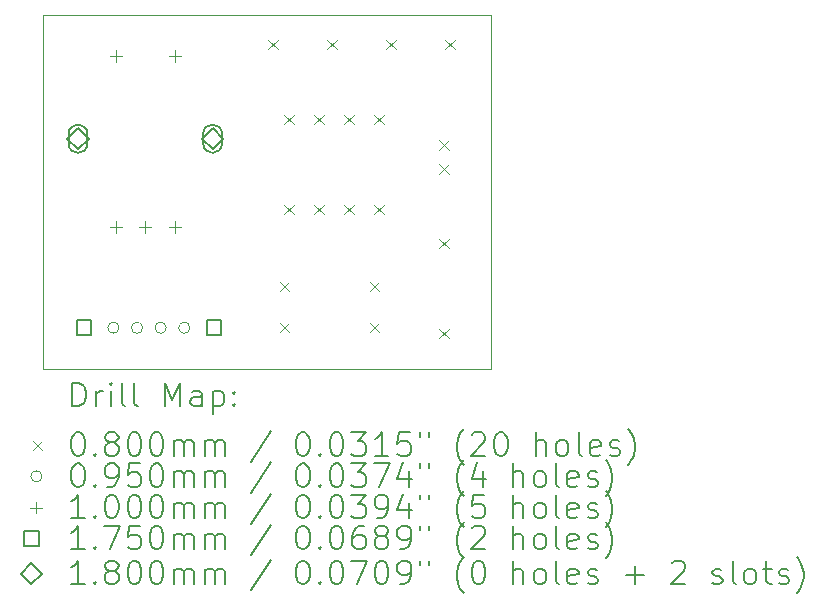
<source format=gbr>
%FSLAX45Y45*%
G04 Gerber Fmt 4.5, Leading zero omitted, Abs format (unit mm)*
G04 Created by KiCad (PCBNEW (6.0.5-0)) date 2022-05-25 22:39:22*
%MOMM*%
%LPD*%
G01*
G04 APERTURE LIST*
%TA.AperFunction,Profile*%
%ADD10C,0.100000*%
%TD*%
%ADD11C,0.200000*%
%ADD12C,0.080000*%
%ADD13C,0.095000*%
%ADD14C,0.100000*%
%ADD15C,0.175000*%
%ADD16C,0.180000*%
G04 APERTURE END LIST*
D10*
X12200000Y-8400000D02*
X16000000Y-8400000D01*
X16000000Y-8400000D02*
X16000000Y-11400000D01*
X16000000Y-11400000D02*
X12200000Y-11400000D01*
X12200000Y-11400000D02*
X12200000Y-8400000D01*
D11*
D12*
X14110000Y-8610000D02*
X14190000Y-8690000D01*
X14190000Y-8610000D02*
X14110000Y-8690000D01*
X14210000Y-10660000D02*
X14290000Y-10740000D01*
X14290000Y-10660000D02*
X14210000Y-10740000D01*
X14210000Y-11010000D02*
X14290000Y-11090000D01*
X14290000Y-11010000D02*
X14210000Y-11090000D01*
X14248000Y-9248000D02*
X14328000Y-9328000D01*
X14328000Y-9248000D02*
X14248000Y-9328000D01*
X14248000Y-10010000D02*
X14328000Y-10090000D01*
X14328000Y-10010000D02*
X14248000Y-10090000D01*
X14502000Y-9248000D02*
X14582000Y-9328000D01*
X14582000Y-9248000D02*
X14502000Y-9328000D01*
X14502000Y-10010000D02*
X14582000Y-10090000D01*
X14582000Y-10010000D02*
X14502000Y-10090000D01*
X14610000Y-8610000D02*
X14690000Y-8690000D01*
X14690000Y-8610000D02*
X14610000Y-8690000D01*
X14756000Y-9248000D02*
X14836000Y-9328000D01*
X14836000Y-9248000D02*
X14756000Y-9328000D01*
X14756000Y-10010000D02*
X14836000Y-10090000D01*
X14836000Y-10010000D02*
X14756000Y-10090000D01*
X14972000Y-10660000D02*
X15052000Y-10740000D01*
X15052000Y-10660000D02*
X14972000Y-10740000D01*
X14972000Y-11010000D02*
X15052000Y-11090000D01*
X15052000Y-11010000D02*
X14972000Y-11090000D01*
X15010000Y-9248000D02*
X15090000Y-9328000D01*
X15090000Y-9248000D02*
X15010000Y-9328000D01*
X15010000Y-10010000D02*
X15090000Y-10090000D01*
X15090000Y-10010000D02*
X15010000Y-10090000D01*
X15110000Y-8610000D02*
X15190000Y-8690000D01*
X15190000Y-8610000D02*
X15110000Y-8690000D01*
X15560000Y-9464489D02*
X15640000Y-9544489D01*
X15640000Y-9464489D02*
X15560000Y-9544489D01*
X15560000Y-9664489D02*
X15640000Y-9744489D01*
X15640000Y-9664489D02*
X15560000Y-9744489D01*
X15560000Y-10298000D02*
X15640000Y-10378000D01*
X15640000Y-10298000D02*
X15560000Y-10378000D01*
X15560000Y-11060000D02*
X15640000Y-11140000D01*
X15640000Y-11060000D02*
X15560000Y-11140000D01*
X15610000Y-8610000D02*
X15690000Y-8690000D01*
X15690000Y-8610000D02*
X15610000Y-8690000D01*
D13*
X12847500Y-11050000D02*
G75*
G03*
X12847500Y-11050000I-47500J0D01*
G01*
X13047500Y-11050000D02*
G75*
G03*
X13047500Y-11050000I-47500J0D01*
G01*
X13247500Y-11050000D02*
G75*
G03*
X13247500Y-11050000I-47500J0D01*
G01*
X13447500Y-11050000D02*
G75*
G03*
X13447500Y-11050000I-47500J0D01*
G01*
D14*
X12820000Y-8700000D02*
X12820000Y-8800000D01*
X12770000Y-8750000D02*
X12870000Y-8750000D01*
X12820000Y-10150000D02*
X12820000Y-10250000D01*
X12770000Y-10200000D02*
X12870000Y-10200000D01*
X13070000Y-10150000D02*
X13070000Y-10250000D01*
X13020000Y-10200000D02*
X13120000Y-10200000D01*
X13320000Y-8700000D02*
X13320000Y-8800000D01*
X13270000Y-8750000D02*
X13370000Y-8750000D01*
X13320000Y-10150000D02*
X13320000Y-10250000D01*
X13270000Y-10200000D02*
X13370000Y-10200000D01*
D15*
X12611872Y-11111872D02*
X12611872Y-10988128D01*
X12488128Y-10988128D01*
X12488128Y-11111872D01*
X12611872Y-11111872D01*
X13711872Y-11111872D02*
X13711872Y-10988128D01*
X13588128Y-10988128D01*
X13588128Y-11111872D01*
X13711872Y-11111872D01*
D16*
X12500000Y-9540000D02*
X12590000Y-9450000D01*
X12500000Y-9360000D01*
X12410000Y-9450000D01*
X12500000Y-9540000D01*
D11*
X12420000Y-9410000D02*
X12420000Y-9490000D01*
X12580000Y-9410000D02*
X12580000Y-9490000D01*
X12420000Y-9490000D02*
G75*
G03*
X12580000Y-9490000I80000J0D01*
G01*
X12580000Y-9410000D02*
G75*
G03*
X12420000Y-9410000I-80000J0D01*
G01*
D16*
X13640000Y-9540000D02*
X13730000Y-9450000D01*
X13640000Y-9360000D01*
X13550000Y-9450000D01*
X13640000Y-9540000D01*
D11*
X13560000Y-9410000D02*
X13560000Y-9490000D01*
X13720000Y-9410000D02*
X13720000Y-9490000D01*
X13560000Y-9490000D02*
G75*
G03*
X13720000Y-9490000I80000J0D01*
G01*
X13720000Y-9410000D02*
G75*
G03*
X13560000Y-9410000I-80000J0D01*
G01*
X12452619Y-11715476D02*
X12452619Y-11515476D01*
X12500238Y-11515476D01*
X12528809Y-11525000D01*
X12547857Y-11544048D01*
X12557381Y-11563095D01*
X12566905Y-11601190D01*
X12566905Y-11629762D01*
X12557381Y-11667857D01*
X12547857Y-11686905D01*
X12528809Y-11705952D01*
X12500238Y-11715476D01*
X12452619Y-11715476D01*
X12652619Y-11715476D02*
X12652619Y-11582143D01*
X12652619Y-11620238D02*
X12662143Y-11601190D01*
X12671667Y-11591667D01*
X12690714Y-11582143D01*
X12709762Y-11582143D01*
X12776428Y-11715476D02*
X12776428Y-11582143D01*
X12776428Y-11515476D02*
X12766905Y-11525000D01*
X12776428Y-11534524D01*
X12785952Y-11525000D01*
X12776428Y-11515476D01*
X12776428Y-11534524D01*
X12900238Y-11715476D02*
X12881190Y-11705952D01*
X12871667Y-11686905D01*
X12871667Y-11515476D01*
X13005000Y-11715476D02*
X12985952Y-11705952D01*
X12976428Y-11686905D01*
X12976428Y-11515476D01*
X13233571Y-11715476D02*
X13233571Y-11515476D01*
X13300238Y-11658333D01*
X13366905Y-11515476D01*
X13366905Y-11715476D01*
X13547857Y-11715476D02*
X13547857Y-11610714D01*
X13538333Y-11591667D01*
X13519286Y-11582143D01*
X13481190Y-11582143D01*
X13462143Y-11591667D01*
X13547857Y-11705952D02*
X13528809Y-11715476D01*
X13481190Y-11715476D01*
X13462143Y-11705952D01*
X13452619Y-11686905D01*
X13452619Y-11667857D01*
X13462143Y-11648809D01*
X13481190Y-11639286D01*
X13528809Y-11639286D01*
X13547857Y-11629762D01*
X13643095Y-11582143D02*
X13643095Y-11782143D01*
X13643095Y-11591667D02*
X13662143Y-11582143D01*
X13700238Y-11582143D01*
X13719286Y-11591667D01*
X13728809Y-11601190D01*
X13738333Y-11620238D01*
X13738333Y-11677381D01*
X13728809Y-11696428D01*
X13719286Y-11705952D01*
X13700238Y-11715476D01*
X13662143Y-11715476D01*
X13643095Y-11705952D01*
X13824048Y-11696428D02*
X13833571Y-11705952D01*
X13824048Y-11715476D01*
X13814524Y-11705952D01*
X13824048Y-11696428D01*
X13824048Y-11715476D01*
X13824048Y-11591667D02*
X13833571Y-11601190D01*
X13824048Y-11610714D01*
X13814524Y-11601190D01*
X13824048Y-11591667D01*
X13824048Y-11610714D01*
D12*
X12115000Y-12005000D02*
X12195000Y-12085000D01*
X12195000Y-12005000D02*
X12115000Y-12085000D01*
D11*
X12490714Y-11935476D02*
X12509762Y-11935476D01*
X12528809Y-11945000D01*
X12538333Y-11954524D01*
X12547857Y-11973571D01*
X12557381Y-12011667D01*
X12557381Y-12059286D01*
X12547857Y-12097381D01*
X12538333Y-12116428D01*
X12528809Y-12125952D01*
X12509762Y-12135476D01*
X12490714Y-12135476D01*
X12471667Y-12125952D01*
X12462143Y-12116428D01*
X12452619Y-12097381D01*
X12443095Y-12059286D01*
X12443095Y-12011667D01*
X12452619Y-11973571D01*
X12462143Y-11954524D01*
X12471667Y-11945000D01*
X12490714Y-11935476D01*
X12643095Y-12116428D02*
X12652619Y-12125952D01*
X12643095Y-12135476D01*
X12633571Y-12125952D01*
X12643095Y-12116428D01*
X12643095Y-12135476D01*
X12766905Y-12021190D02*
X12747857Y-12011667D01*
X12738333Y-12002143D01*
X12728809Y-11983095D01*
X12728809Y-11973571D01*
X12738333Y-11954524D01*
X12747857Y-11945000D01*
X12766905Y-11935476D01*
X12805000Y-11935476D01*
X12824048Y-11945000D01*
X12833571Y-11954524D01*
X12843095Y-11973571D01*
X12843095Y-11983095D01*
X12833571Y-12002143D01*
X12824048Y-12011667D01*
X12805000Y-12021190D01*
X12766905Y-12021190D01*
X12747857Y-12030714D01*
X12738333Y-12040238D01*
X12728809Y-12059286D01*
X12728809Y-12097381D01*
X12738333Y-12116428D01*
X12747857Y-12125952D01*
X12766905Y-12135476D01*
X12805000Y-12135476D01*
X12824048Y-12125952D01*
X12833571Y-12116428D01*
X12843095Y-12097381D01*
X12843095Y-12059286D01*
X12833571Y-12040238D01*
X12824048Y-12030714D01*
X12805000Y-12021190D01*
X12966905Y-11935476D02*
X12985952Y-11935476D01*
X13005000Y-11945000D01*
X13014524Y-11954524D01*
X13024048Y-11973571D01*
X13033571Y-12011667D01*
X13033571Y-12059286D01*
X13024048Y-12097381D01*
X13014524Y-12116428D01*
X13005000Y-12125952D01*
X12985952Y-12135476D01*
X12966905Y-12135476D01*
X12947857Y-12125952D01*
X12938333Y-12116428D01*
X12928809Y-12097381D01*
X12919286Y-12059286D01*
X12919286Y-12011667D01*
X12928809Y-11973571D01*
X12938333Y-11954524D01*
X12947857Y-11945000D01*
X12966905Y-11935476D01*
X13157381Y-11935476D02*
X13176428Y-11935476D01*
X13195476Y-11945000D01*
X13205000Y-11954524D01*
X13214524Y-11973571D01*
X13224048Y-12011667D01*
X13224048Y-12059286D01*
X13214524Y-12097381D01*
X13205000Y-12116428D01*
X13195476Y-12125952D01*
X13176428Y-12135476D01*
X13157381Y-12135476D01*
X13138333Y-12125952D01*
X13128809Y-12116428D01*
X13119286Y-12097381D01*
X13109762Y-12059286D01*
X13109762Y-12011667D01*
X13119286Y-11973571D01*
X13128809Y-11954524D01*
X13138333Y-11945000D01*
X13157381Y-11935476D01*
X13309762Y-12135476D02*
X13309762Y-12002143D01*
X13309762Y-12021190D02*
X13319286Y-12011667D01*
X13338333Y-12002143D01*
X13366905Y-12002143D01*
X13385952Y-12011667D01*
X13395476Y-12030714D01*
X13395476Y-12135476D01*
X13395476Y-12030714D02*
X13405000Y-12011667D01*
X13424048Y-12002143D01*
X13452619Y-12002143D01*
X13471667Y-12011667D01*
X13481190Y-12030714D01*
X13481190Y-12135476D01*
X13576428Y-12135476D02*
X13576428Y-12002143D01*
X13576428Y-12021190D02*
X13585952Y-12011667D01*
X13605000Y-12002143D01*
X13633571Y-12002143D01*
X13652619Y-12011667D01*
X13662143Y-12030714D01*
X13662143Y-12135476D01*
X13662143Y-12030714D02*
X13671667Y-12011667D01*
X13690714Y-12002143D01*
X13719286Y-12002143D01*
X13738333Y-12011667D01*
X13747857Y-12030714D01*
X13747857Y-12135476D01*
X14138333Y-11925952D02*
X13966905Y-12183095D01*
X14395476Y-11935476D02*
X14414524Y-11935476D01*
X14433571Y-11945000D01*
X14443095Y-11954524D01*
X14452619Y-11973571D01*
X14462143Y-12011667D01*
X14462143Y-12059286D01*
X14452619Y-12097381D01*
X14443095Y-12116428D01*
X14433571Y-12125952D01*
X14414524Y-12135476D01*
X14395476Y-12135476D01*
X14376428Y-12125952D01*
X14366905Y-12116428D01*
X14357381Y-12097381D01*
X14347857Y-12059286D01*
X14347857Y-12011667D01*
X14357381Y-11973571D01*
X14366905Y-11954524D01*
X14376428Y-11945000D01*
X14395476Y-11935476D01*
X14547857Y-12116428D02*
X14557381Y-12125952D01*
X14547857Y-12135476D01*
X14538333Y-12125952D01*
X14547857Y-12116428D01*
X14547857Y-12135476D01*
X14681190Y-11935476D02*
X14700238Y-11935476D01*
X14719286Y-11945000D01*
X14728809Y-11954524D01*
X14738333Y-11973571D01*
X14747857Y-12011667D01*
X14747857Y-12059286D01*
X14738333Y-12097381D01*
X14728809Y-12116428D01*
X14719286Y-12125952D01*
X14700238Y-12135476D01*
X14681190Y-12135476D01*
X14662143Y-12125952D01*
X14652619Y-12116428D01*
X14643095Y-12097381D01*
X14633571Y-12059286D01*
X14633571Y-12011667D01*
X14643095Y-11973571D01*
X14652619Y-11954524D01*
X14662143Y-11945000D01*
X14681190Y-11935476D01*
X14814524Y-11935476D02*
X14938333Y-11935476D01*
X14871667Y-12011667D01*
X14900238Y-12011667D01*
X14919286Y-12021190D01*
X14928809Y-12030714D01*
X14938333Y-12049762D01*
X14938333Y-12097381D01*
X14928809Y-12116428D01*
X14919286Y-12125952D01*
X14900238Y-12135476D01*
X14843095Y-12135476D01*
X14824048Y-12125952D01*
X14814524Y-12116428D01*
X15128809Y-12135476D02*
X15014524Y-12135476D01*
X15071667Y-12135476D02*
X15071667Y-11935476D01*
X15052619Y-11964048D01*
X15033571Y-11983095D01*
X15014524Y-11992619D01*
X15309762Y-11935476D02*
X15214524Y-11935476D01*
X15205000Y-12030714D01*
X15214524Y-12021190D01*
X15233571Y-12011667D01*
X15281190Y-12011667D01*
X15300238Y-12021190D01*
X15309762Y-12030714D01*
X15319286Y-12049762D01*
X15319286Y-12097381D01*
X15309762Y-12116428D01*
X15300238Y-12125952D01*
X15281190Y-12135476D01*
X15233571Y-12135476D01*
X15214524Y-12125952D01*
X15205000Y-12116428D01*
X15395476Y-11935476D02*
X15395476Y-11973571D01*
X15471667Y-11935476D02*
X15471667Y-11973571D01*
X15766905Y-12211667D02*
X15757381Y-12202143D01*
X15738333Y-12173571D01*
X15728809Y-12154524D01*
X15719286Y-12125952D01*
X15709762Y-12078333D01*
X15709762Y-12040238D01*
X15719286Y-11992619D01*
X15728809Y-11964048D01*
X15738333Y-11945000D01*
X15757381Y-11916428D01*
X15766905Y-11906905D01*
X15833571Y-11954524D02*
X15843095Y-11945000D01*
X15862143Y-11935476D01*
X15909762Y-11935476D01*
X15928809Y-11945000D01*
X15938333Y-11954524D01*
X15947857Y-11973571D01*
X15947857Y-11992619D01*
X15938333Y-12021190D01*
X15824048Y-12135476D01*
X15947857Y-12135476D01*
X16071667Y-11935476D02*
X16090714Y-11935476D01*
X16109762Y-11945000D01*
X16119286Y-11954524D01*
X16128809Y-11973571D01*
X16138333Y-12011667D01*
X16138333Y-12059286D01*
X16128809Y-12097381D01*
X16119286Y-12116428D01*
X16109762Y-12125952D01*
X16090714Y-12135476D01*
X16071667Y-12135476D01*
X16052619Y-12125952D01*
X16043095Y-12116428D01*
X16033571Y-12097381D01*
X16024048Y-12059286D01*
X16024048Y-12011667D01*
X16033571Y-11973571D01*
X16043095Y-11954524D01*
X16052619Y-11945000D01*
X16071667Y-11935476D01*
X16376428Y-12135476D02*
X16376428Y-11935476D01*
X16462143Y-12135476D02*
X16462143Y-12030714D01*
X16452619Y-12011667D01*
X16433571Y-12002143D01*
X16405000Y-12002143D01*
X16385952Y-12011667D01*
X16376428Y-12021190D01*
X16585952Y-12135476D02*
X16566905Y-12125952D01*
X16557381Y-12116428D01*
X16547857Y-12097381D01*
X16547857Y-12040238D01*
X16557381Y-12021190D01*
X16566905Y-12011667D01*
X16585952Y-12002143D01*
X16614524Y-12002143D01*
X16633571Y-12011667D01*
X16643095Y-12021190D01*
X16652619Y-12040238D01*
X16652619Y-12097381D01*
X16643095Y-12116428D01*
X16633571Y-12125952D01*
X16614524Y-12135476D01*
X16585952Y-12135476D01*
X16766905Y-12135476D02*
X16747857Y-12125952D01*
X16738333Y-12106905D01*
X16738333Y-11935476D01*
X16919286Y-12125952D02*
X16900238Y-12135476D01*
X16862143Y-12135476D01*
X16843095Y-12125952D01*
X16833571Y-12106905D01*
X16833571Y-12030714D01*
X16843095Y-12011667D01*
X16862143Y-12002143D01*
X16900238Y-12002143D01*
X16919286Y-12011667D01*
X16928810Y-12030714D01*
X16928810Y-12049762D01*
X16833571Y-12068809D01*
X17005000Y-12125952D02*
X17024048Y-12135476D01*
X17062143Y-12135476D01*
X17081190Y-12125952D01*
X17090714Y-12106905D01*
X17090714Y-12097381D01*
X17081190Y-12078333D01*
X17062143Y-12068809D01*
X17033571Y-12068809D01*
X17014524Y-12059286D01*
X17005000Y-12040238D01*
X17005000Y-12030714D01*
X17014524Y-12011667D01*
X17033571Y-12002143D01*
X17062143Y-12002143D01*
X17081190Y-12011667D01*
X17157381Y-12211667D02*
X17166905Y-12202143D01*
X17185952Y-12173571D01*
X17195476Y-12154524D01*
X17205000Y-12125952D01*
X17214524Y-12078333D01*
X17214524Y-12040238D01*
X17205000Y-11992619D01*
X17195476Y-11964048D01*
X17185952Y-11945000D01*
X17166905Y-11916428D01*
X17157381Y-11906905D01*
D13*
X12195000Y-12309000D02*
G75*
G03*
X12195000Y-12309000I-47500J0D01*
G01*
D11*
X12490714Y-12199476D02*
X12509762Y-12199476D01*
X12528809Y-12209000D01*
X12538333Y-12218524D01*
X12547857Y-12237571D01*
X12557381Y-12275667D01*
X12557381Y-12323286D01*
X12547857Y-12361381D01*
X12538333Y-12380428D01*
X12528809Y-12389952D01*
X12509762Y-12399476D01*
X12490714Y-12399476D01*
X12471667Y-12389952D01*
X12462143Y-12380428D01*
X12452619Y-12361381D01*
X12443095Y-12323286D01*
X12443095Y-12275667D01*
X12452619Y-12237571D01*
X12462143Y-12218524D01*
X12471667Y-12209000D01*
X12490714Y-12199476D01*
X12643095Y-12380428D02*
X12652619Y-12389952D01*
X12643095Y-12399476D01*
X12633571Y-12389952D01*
X12643095Y-12380428D01*
X12643095Y-12399476D01*
X12747857Y-12399476D02*
X12785952Y-12399476D01*
X12805000Y-12389952D01*
X12814524Y-12380428D01*
X12833571Y-12351857D01*
X12843095Y-12313762D01*
X12843095Y-12237571D01*
X12833571Y-12218524D01*
X12824048Y-12209000D01*
X12805000Y-12199476D01*
X12766905Y-12199476D01*
X12747857Y-12209000D01*
X12738333Y-12218524D01*
X12728809Y-12237571D01*
X12728809Y-12285190D01*
X12738333Y-12304238D01*
X12747857Y-12313762D01*
X12766905Y-12323286D01*
X12805000Y-12323286D01*
X12824048Y-12313762D01*
X12833571Y-12304238D01*
X12843095Y-12285190D01*
X13024048Y-12199476D02*
X12928809Y-12199476D01*
X12919286Y-12294714D01*
X12928809Y-12285190D01*
X12947857Y-12275667D01*
X12995476Y-12275667D01*
X13014524Y-12285190D01*
X13024048Y-12294714D01*
X13033571Y-12313762D01*
X13033571Y-12361381D01*
X13024048Y-12380428D01*
X13014524Y-12389952D01*
X12995476Y-12399476D01*
X12947857Y-12399476D01*
X12928809Y-12389952D01*
X12919286Y-12380428D01*
X13157381Y-12199476D02*
X13176428Y-12199476D01*
X13195476Y-12209000D01*
X13205000Y-12218524D01*
X13214524Y-12237571D01*
X13224048Y-12275667D01*
X13224048Y-12323286D01*
X13214524Y-12361381D01*
X13205000Y-12380428D01*
X13195476Y-12389952D01*
X13176428Y-12399476D01*
X13157381Y-12399476D01*
X13138333Y-12389952D01*
X13128809Y-12380428D01*
X13119286Y-12361381D01*
X13109762Y-12323286D01*
X13109762Y-12275667D01*
X13119286Y-12237571D01*
X13128809Y-12218524D01*
X13138333Y-12209000D01*
X13157381Y-12199476D01*
X13309762Y-12399476D02*
X13309762Y-12266143D01*
X13309762Y-12285190D02*
X13319286Y-12275667D01*
X13338333Y-12266143D01*
X13366905Y-12266143D01*
X13385952Y-12275667D01*
X13395476Y-12294714D01*
X13395476Y-12399476D01*
X13395476Y-12294714D02*
X13405000Y-12275667D01*
X13424048Y-12266143D01*
X13452619Y-12266143D01*
X13471667Y-12275667D01*
X13481190Y-12294714D01*
X13481190Y-12399476D01*
X13576428Y-12399476D02*
X13576428Y-12266143D01*
X13576428Y-12285190D02*
X13585952Y-12275667D01*
X13605000Y-12266143D01*
X13633571Y-12266143D01*
X13652619Y-12275667D01*
X13662143Y-12294714D01*
X13662143Y-12399476D01*
X13662143Y-12294714D02*
X13671667Y-12275667D01*
X13690714Y-12266143D01*
X13719286Y-12266143D01*
X13738333Y-12275667D01*
X13747857Y-12294714D01*
X13747857Y-12399476D01*
X14138333Y-12189952D02*
X13966905Y-12447095D01*
X14395476Y-12199476D02*
X14414524Y-12199476D01*
X14433571Y-12209000D01*
X14443095Y-12218524D01*
X14452619Y-12237571D01*
X14462143Y-12275667D01*
X14462143Y-12323286D01*
X14452619Y-12361381D01*
X14443095Y-12380428D01*
X14433571Y-12389952D01*
X14414524Y-12399476D01*
X14395476Y-12399476D01*
X14376428Y-12389952D01*
X14366905Y-12380428D01*
X14357381Y-12361381D01*
X14347857Y-12323286D01*
X14347857Y-12275667D01*
X14357381Y-12237571D01*
X14366905Y-12218524D01*
X14376428Y-12209000D01*
X14395476Y-12199476D01*
X14547857Y-12380428D02*
X14557381Y-12389952D01*
X14547857Y-12399476D01*
X14538333Y-12389952D01*
X14547857Y-12380428D01*
X14547857Y-12399476D01*
X14681190Y-12199476D02*
X14700238Y-12199476D01*
X14719286Y-12209000D01*
X14728809Y-12218524D01*
X14738333Y-12237571D01*
X14747857Y-12275667D01*
X14747857Y-12323286D01*
X14738333Y-12361381D01*
X14728809Y-12380428D01*
X14719286Y-12389952D01*
X14700238Y-12399476D01*
X14681190Y-12399476D01*
X14662143Y-12389952D01*
X14652619Y-12380428D01*
X14643095Y-12361381D01*
X14633571Y-12323286D01*
X14633571Y-12275667D01*
X14643095Y-12237571D01*
X14652619Y-12218524D01*
X14662143Y-12209000D01*
X14681190Y-12199476D01*
X14814524Y-12199476D02*
X14938333Y-12199476D01*
X14871667Y-12275667D01*
X14900238Y-12275667D01*
X14919286Y-12285190D01*
X14928809Y-12294714D01*
X14938333Y-12313762D01*
X14938333Y-12361381D01*
X14928809Y-12380428D01*
X14919286Y-12389952D01*
X14900238Y-12399476D01*
X14843095Y-12399476D01*
X14824048Y-12389952D01*
X14814524Y-12380428D01*
X15005000Y-12199476D02*
X15138333Y-12199476D01*
X15052619Y-12399476D01*
X15300238Y-12266143D02*
X15300238Y-12399476D01*
X15252619Y-12189952D02*
X15205000Y-12332809D01*
X15328809Y-12332809D01*
X15395476Y-12199476D02*
X15395476Y-12237571D01*
X15471667Y-12199476D02*
X15471667Y-12237571D01*
X15766905Y-12475667D02*
X15757381Y-12466143D01*
X15738333Y-12437571D01*
X15728809Y-12418524D01*
X15719286Y-12389952D01*
X15709762Y-12342333D01*
X15709762Y-12304238D01*
X15719286Y-12256619D01*
X15728809Y-12228048D01*
X15738333Y-12209000D01*
X15757381Y-12180428D01*
X15766905Y-12170905D01*
X15928809Y-12266143D02*
X15928809Y-12399476D01*
X15881190Y-12189952D02*
X15833571Y-12332809D01*
X15957381Y-12332809D01*
X16185952Y-12399476D02*
X16185952Y-12199476D01*
X16271667Y-12399476D02*
X16271667Y-12294714D01*
X16262143Y-12275667D01*
X16243095Y-12266143D01*
X16214524Y-12266143D01*
X16195476Y-12275667D01*
X16185952Y-12285190D01*
X16395476Y-12399476D02*
X16376428Y-12389952D01*
X16366905Y-12380428D01*
X16357381Y-12361381D01*
X16357381Y-12304238D01*
X16366905Y-12285190D01*
X16376428Y-12275667D01*
X16395476Y-12266143D01*
X16424048Y-12266143D01*
X16443095Y-12275667D01*
X16452619Y-12285190D01*
X16462143Y-12304238D01*
X16462143Y-12361381D01*
X16452619Y-12380428D01*
X16443095Y-12389952D01*
X16424048Y-12399476D01*
X16395476Y-12399476D01*
X16576428Y-12399476D02*
X16557381Y-12389952D01*
X16547857Y-12370905D01*
X16547857Y-12199476D01*
X16728809Y-12389952D02*
X16709762Y-12399476D01*
X16671667Y-12399476D01*
X16652619Y-12389952D01*
X16643095Y-12370905D01*
X16643095Y-12294714D01*
X16652619Y-12275667D01*
X16671667Y-12266143D01*
X16709762Y-12266143D01*
X16728809Y-12275667D01*
X16738333Y-12294714D01*
X16738333Y-12313762D01*
X16643095Y-12332809D01*
X16814524Y-12389952D02*
X16833571Y-12399476D01*
X16871667Y-12399476D01*
X16890714Y-12389952D01*
X16900238Y-12370905D01*
X16900238Y-12361381D01*
X16890714Y-12342333D01*
X16871667Y-12332809D01*
X16843095Y-12332809D01*
X16824048Y-12323286D01*
X16814524Y-12304238D01*
X16814524Y-12294714D01*
X16824048Y-12275667D01*
X16843095Y-12266143D01*
X16871667Y-12266143D01*
X16890714Y-12275667D01*
X16966905Y-12475667D02*
X16976429Y-12466143D01*
X16995476Y-12437571D01*
X17005000Y-12418524D01*
X17014524Y-12389952D01*
X17024048Y-12342333D01*
X17024048Y-12304238D01*
X17014524Y-12256619D01*
X17005000Y-12228048D01*
X16995476Y-12209000D01*
X16976429Y-12180428D01*
X16966905Y-12170905D01*
D14*
X12145000Y-12523000D02*
X12145000Y-12623000D01*
X12095000Y-12573000D02*
X12195000Y-12573000D01*
D11*
X12557381Y-12663476D02*
X12443095Y-12663476D01*
X12500238Y-12663476D02*
X12500238Y-12463476D01*
X12481190Y-12492048D01*
X12462143Y-12511095D01*
X12443095Y-12520619D01*
X12643095Y-12644428D02*
X12652619Y-12653952D01*
X12643095Y-12663476D01*
X12633571Y-12653952D01*
X12643095Y-12644428D01*
X12643095Y-12663476D01*
X12776428Y-12463476D02*
X12795476Y-12463476D01*
X12814524Y-12473000D01*
X12824048Y-12482524D01*
X12833571Y-12501571D01*
X12843095Y-12539667D01*
X12843095Y-12587286D01*
X12833571Y-12625381D01*
X12824048Y-12644428D01*
X12814524Y-12653952D01*
X12795476Y-12663476D01*
X12776428Y-12663476D01*
X12757381Y-12653952D01*
X12747857Y-12644428D01*
X12738333Y-12625381D01*
X12728809Y-12587286D01*
X12728809Y-12539667D01*
X12738333Y-12501571D01*
X12747857Y-12482524D01*
X12757381Y-12473000D01*
X12776428Y-12463476D01*
X12966905Y-12463476D02*
X12985952Y-12463476D01*
X13005000Y-12473000D01*
X13014524Y-12482524D01*
X13024048Y-12501571D01*
X13033571Y-12539667D01*
X13033571Y-12587286D01*
X13024048Y-12625381D01*
X13014524Y-12644428D01*
X13005000Y-12653952D01*
X12985952Y-12663476D01*
X12966905Y-12663476D01*
X12947857Y-12653952D01*
X12938333Y-12644428D01*
X12928809Y-12625381D01*
X12919286Y-12587286D01*
X12919286Y-12539667D01*
X12928809Y-12501571D01*
X12938333Y-12482524D01*
X12947857Y-12473000D01*
X12966905Y-12463476D01*
X13157381Y-12463476D02*
X13176428Y-12463476D01*
X13195476Y-12473000D01*
X13205000Y-12482524D01*
X13214524Y-12501571D01*
X13224048Y-12539667D01*
X13224048Y-12587286D01*
X13214524Y-12625381D01*
X13205000Y-12644428D01*
X13195476Y-12653952D01*
X13176428Y-12663476D01*
X13157381Y-12663476D01*
X13138333Y-12653952D01*
X13128809Y-12644428D01*
X13119286Y-12625381D01*
X13109762Y-12587286D01*
X13109762Y-12539667D01*
X13119286Y-12501571D01*
X13128809Y-12482524D01*
X13138333Y-12473000D01*
X13157381Y-12463476D01*
X13309762Y-12663476D02*
X13309762Y-12530143D01*
X13309762Y-12549190D02*
X13319286Y-12539667D01*
X13338333Y-12530143D01*
X13366905Y-12530143D01*
X13385952Y-12539667D01*
X13395476Y-12558714D01*
X13395476Y-12663476D01*
X13395476Y-12558714D02*
X13405000Y-12539667D01*
X13424048Y-12530143D01*
X13452619Y-12530143D01*
X13471667Y-12539667D01*
X13481190Y-12558714D01*
X13481190Y-12663476D01*
X13576428Y-12663476D02*
X13576428Y-12530143D01*
X13576428Y-12549190D02*
X13585952Y-12539667D01*
X13605000Y-12530143D01*
X13633571Y-12530143D01*
X13652619Y-12539667D01*
X13662143Y-12558714D01*
X13662143Y-12663476D01*
X13662143Y-12558714D02*
X13671667Y-12539667D01*
X13690714Y-12530143D01*
X13719286Y-12530143D01*
X13738333Y-12539667D01*
X13747857Y-12558714D01*
X13747857Y-12663476D01*
X14138333Y-12453952D02*
X13966905Y-12711095D01*
X14395476Y-12463476D02*
X14414524Y-12463476D01*
X14433571Y-12473000D01*
X14443095Y-12482524D01*
X14452619Y-12501571D01*
X14462143Y-12539667D01*
X14462143Y-12587286D01*
X14452619Y-12625381D01*
X14443095Y-12644428D01*
X14433571Y-12653952D01*
X14414524Y-12663476D01*
X14395476Y-12663476D01*
X14376428Y-12653952D01*
X14366905Y-12644428D01*
X14357381Y-12625381D01*
X14347857Y-12587286D01*
X14347857Y-12539667D01*
X14357381Y-12501571D01*
X14366905Y-12482524D01*
X14376428Y-12473000D01*
X14395476Y-12463476D01*
X14547857Y-12644428D02*
X14557381Y-12653952D01*
X14547857Y-12663476D01*
X14538333Y-12653952D01*
X14547857Y-12644428D01*
X14547857Y-12663476D01*
X14681190Y-12463476D02*
X14700238Y-12463476D01*
X14719286Y-12473000D01*
X14728809Y-12482524D01*
X14738333Y-12501571D01*
X14747857Y-12539667D01*
X14747857Y-12587286D01*
X14738333Y-12625381D01*
X14728809Y-12644428D01*
X14719286Y-12653952D01*
X14700238Y-12663476D01*
X14681190Y-12663476D01*
X14662143Y-12653952D01*
X14652619Y-12644428D01*
X14643095Y-12625381D01*
X14633571Y-12587286D01*
X14633571Y-12539667D01*
X14643095Y-12501571D01*
X14652619Y-12482524D01*
X14662143Y-12473000D01*
X14681190Y-12463476D01*
X14814524Y-12463476D02*
X14938333Y-12463476D01*
X14871667Y-12539667D01*
X14900238Y-12539667D01*
X14919286Y-12549190D01*
X14928809Y-12558714D01*
X14938333Y-12577762D01*
X14938333Y-12625381D01*
X14928809Y-12644428D01*
X14919286Y-12653952D01*
X14900238Y-12663476D01*
X14843095Y-12663476D01*
X14824048Y-12653952D01*
X14814524Y-12644428D01*
X15033571Y-12663476D02*
X15071667Y-12663476D01*
X15090714Y-12653952D01*
X15100238Y-12644428D01*
X15119286Y-12615857D01*
X15128809Y-12577762D01*
X15128809Y-12501571D01*
X15119286Y-12482524D01*
X15109762Y-12473000D01*
X15090714Y-12463476D01*
X15052619Y-12463476D01*
X15033571Y-12473000D01*
X15024048Y-12482524D01*
X15014524Y-12501571D01*
X15014524Y-12549190D01*
X15024048Y-12568238D01*
X15033571Y-12577762D01*
X15052619Y-12587286D01*
X15090714Y-12587286D01*
X15109762Y-12577762D01*
X15119286Y-12568238D01*
X15128809Y-12549190D01*
X15300238Y-12530143D02*
X15300238Y-12663476D01*
X15252619Y-12453952D02*
X15205000Y-12596809D01*
X15328809Y-12596809D01*
X15395476Y-12463476D02*
X15395476Y-12501571D01*
X15471667Y-12463476D02*
X15471667Y-12501571D01*
X15766905Y-12739667D02*
X15757381Y-12730143D01*
X15738333Y-12701571D01*
X15728809Y-12682524D01*
X15719286Y-12653952D01*
X15709762Y-12606333D01*
X15709762Y-12568238D01*
X15719286Y-12520619D01*
X15728809Y-12492048D01*
X15738333Y-12473000D01*
X15757381Y-12444428D01*
X15766905Y-12434905D01*
X15938333Y-12463476D02*
X15843095Y-12463476D01*
X15833571Y-12558714D01*
X15843095Y-12549190D01*
X15862143Y-12539667D01*
X15909762Y-12539667D01*
X15928809Y-12549190D01*
X15938333Y-12558714D01*
X15947857Y-12577762D01*
X15947857Y-12625381D01*
X15938333Y-12644428D01*
X15928809Y-12653952D01*
X15909762Y-12663476D01*
X15862143Y-12663476D01*
X15843095Y-12653952D01*
X15833571Y-12644428D01*
X16185952Y-12663476D02*
X16185952Y-12463476D01*
X16271667Y-12663476D02*
X16271667Y-12558714D01*
X16262143Y-12539667D01*
X16243095Y-12530143D01*
X16214524Y-12530143D01*
X16195476Y-12539667D01*
X16185952Y-12549190D01*
X16395476Y-12663476D02*
X16376428Y-12653952D01*
X16366905Y-12644428D01*
X16357381Y-12625381D01*
X16357381Y-12568238D01*
X16366905Y-12549190D01*
X16376428Y-12539667D01*
X16395476Y-12530143D01*
X16424048Y-12530143D01*
X16443095Y-12539667D01*
X16452619Y-12549190D01*
X16462143Y-12568238D01*
X16462143Y-12625381D01*
X16452619Y-12644428D01*
X16443095Y-12653952D01*
X16424048Y-12663476D01*
X16395476Y-12663476D01*
X16576428Y-12663476D02*
X16557381Y-12653952D01*
X16547857Y-12634905D01*
X16547857Y-12463476D01*
X16728809Y-12653952D02*
X16709762Y-12663476D01*
X16671667Y-12663476D01*
X16652619Y-12653952D01*
X16643095Y-12634905D01*
X16643095Y-12558714D01*
X16652619Y-12539667D01*
X16671667Y-12530143D01*
X16709762Y-12530143D01*
X16728809Y-12539667D01*
X16738333Y-12558714D01*
X16738333Y-12577762D01*
X16643095Y-12596809D01*
X16814524Y-12653952D02*
X16833571Y-12663476D01*
X16871667Y-12663476D01*
X16890714Y-12653952D01*
X16900238Y-12634905D01*
X16900238Y-12625381D01*
X16890714Y-12606333D01*
X16871667Y-12596809D01*
X16843095Y-12596809D01*
X16824048Y-12587286D01*
X16814524Y-12568238D01*
X16814524Y-12558714D01*
X16824048Y-12539667D01*
X16843095Y-12530143D01*
X16871667Y-12530143D01*
X16890714Y-12539667D01*
X16966905Y-12739667D02*
X16976429Y-12730143D01*
X16995476Y-12701571D01*
X17005000Y-12682524D01*
X17014524Y-12653952D01*
X17024048Y-12606333D01*
X17024048Y-12568238D01*
X17014524Y-12520619D01*
X17005000Y-12492048D01*
X16995476Y-12473000D01*
X16976429Y-12444428D01*
X16966905Y-12434905D01*
D15*
X12169372Y-12898872D02*
X12169372Y-12775128D01*
X12045628Y-12775128D01*
X12045628Y-12898872D01*
X12169372Y-12898872D01*
D11*
X12557381Y-12927476D02*
X12443095Y-12927476D01*
X12500238Y-12927476D02*
X12500238Y-12727476D01*
X12481190Y-12756048D01*
X12462143Y-12775095D01*
X12443095Y-12784619D01*
X12643095Y-12908428D02*
X12652619Y-12917952D01*
X12643095Y-12927476D01*
X12633571Y-12917952D01*
X12643095Y-12908428D01*
X12643095Y-12927476D01*
X12719286Y-12727476D02*
X12852619Y-12727476D01*
X12766905Y-12927476D01*
X13024048Y-12727476D02*
X12928809Y-12727476D01*
X12919286Y-12822714D01*
X12928809Y-12813190D01*
X12947857Y-12803667D01*
X12995476Y-12803667D01*
X13014524Y-12813190D01*
X13024048Y-12822714D01*
X13033571Y-12841762D01*
X13033571Y-12889381D01*
X13024048Y-12908428D01*
X13014524Y-12917952D01*
X12995476Y-12927476D01*
X12947857Y-12927476D01*
X12928809Y-12917952D01*
X12919286Y-12908428D01*
X13157381Y-12727476D02*
X13176428Y-12727476D01*
X13195476Y-12737000D01*
X13205000Y-12746524D01*
X13214524Y-12765571D01*
X13224048Y-12803667D01*
X13224048Y-12851286D01*
X13214524Y-12889381D01*
X13205000Y-12908428D01*
X13195476Y-12917952D01*
X13176428Y-12927476D01*
X13157381Y-12927476D01*
X13138333Y-12917952D01*
X13128809Y-12908428D01*
X13119286Y-12889381D01*
X13109762Y-12851286D01*
X13109762Y-12803667D01*
X13119286Y-12765571D01*
X13128809Y-12746524D01*
X13138333Y-12737000D01*
X13157381Y-12727476D01*
X13309762Y-12927476D02*
X13309762Y-12794143D01*
X13309762Y-12813190D02*
X13319286Y-12803667D01*
X13338333Y-12794143D01*
X13366905Y-12794143D01*
X13385952Y-12803667D01*
X13395476Y-12822714D01*
X13395476Y-12927476D01*
X13395476Y-12822714D02*
X13405000Y-12803667D01*
X13424048Y-12794143D01*
X13452619Y-12794143D01*
X13471667Y-12803667D01*
X13481190Y-12822714D01*
X13481190Y-12927476D01*
X13576428Y-12927476D02*
X13576428Y-12794143D01*
X13576428Y-12813190D02*
X13585952Y-12803667D01*
X13605000Y-12794143D01*
X13633571Y-12794143D01*
X13652619Y-12803667D01*
X13662143Y-12822714D01*
X13662143Y-12927476D01*
X13662143Y-12822714D02*
X13671667Y-12803667D01*
X13690714Y-12794143D01*
X13719286Y-12794143D01*
X13738333Y-12803667D01*
X13747857Y-12822714D01*
X13747857Y-12927476D01*
X14138333Y-12717952D02*
X13966905Y-12975095D01*
X14395476Y-12727476D02*
X14414524Y-12727476D01*
X14433571Y-12737000D01*
X14443095Y-12746524D01*
X14452619Y-12765571D01*
X14462143Y-12803667D01*
X14462143Y-12851286D01*
X14452619Y-12889381D01*
X14443095Y-12908428D01*
X14433571Y-12917952D01*
X14414524Y-12927476D01*
X14395476Y-12927476D01*
X14376428Y-12917952D01*
X14366905Y-12908428D01*
X14357381Y-12889381D01*
X14347857Y-12851286D01*
X14347857Y-12803667D01*
X14357381Y-12765571D01*
X14366905Y-12746524D01*
X14376428Y-12737000D01*
X14395476Y-12727476D01*
X14547857Y-12908428D02*
X14557381Y-12917952D01*
X14547857Y-12927476D01*
X14538333Y-12917952D01*
X14547857Y-12908428D01*
X14547857Y-12927476D01*
X14681190Y-12727476D02*
X14700238Y-12727476D01*
X14719286Y-12737000D01*
X14728809Y-12746524D01*
X14738333Y-12765571D01*
X14747857Y-12803667D01*
X14747857Y-12851286D01*
X14738333Y-12889381D01*
X14728809Y-12908428D01*
X14719286Y-12917952D01*
X14700238Y-12927476D01*
X14681190Y-12927476D01*
X14662143Y-12917952D01*
X14652619Y-12908428D01*
X14643095Y-12889381D01*
X14633571Y-12851286D01*
X14633571Y-12803667D01*
X14643095Y-12765571D01*
X14652619Y-12746524D01*
X14662143Y-12737000D01*
X14681190Y-12727476D01*
X14919286Y-12727476D02*
X14881190Y-12727476D01*
X14862143Y-12737000D01*
X14852619Y-12746524D01*
X14833571Y-12775095D01*
X14824048Y-12813190D01*
X14824048Y-12889381D01*
X14833571Y-12908428D01*
X14843095Y-12917952D01*
X14862143Y-12927476D01*
X14900238Y-12927476D01*
X14919286Y-12917952D01*
X14928809Y-12908428D01*
X14938333Y-12889381D01*
X14938333Y-12841762D01*
X14928809Y-12822714D01*
X14919286Y-12813190D01*
X14900238Y-12803667D01*
X14862143Y-12803667D01*
X14843095Y-12813190D01*
X14833571Y-12822714D01*
X14824048Y-12841762D01*
X15052619Y-12813190D02*
X15033571Y-12803667D01*
X15024048Y-12794143D01*
X15014524Y-12775095D01*
X15014524Y-12765571D01*
X15024048Y-12746524D01*
X15033571Y-12737000D01*
X15052619Y-12727476D01*
X15090714Y-12727476D01*
X15109762Y-12737000D01*
X15119286Y-12746524D01*
X15128809Y-12765571D01*
X15128809Y-12775095D01*
X15119286Y-12794143D01*
X15109762Y-12803667D01*
X15090714Y-12813190D01*
X15052619Y-12813190D01*
X15033571Y-12822714D01*
X15024048Y-12832238D01*
X15014524Y-12851286D01*
X15014524Y-12889381D01*
X15024048Y-12908428D01*
X15033571Y-12917952D01*
X15052619Y-12927476D01*
X15090714Y-12927476D01*
X15109762Y-12917952D01*
X15119286Y-12908428D01*
X15128809Y-12889381D01*
X15128809Y-12851286D01*
X15119286Y-12832238D01*
X15109762Y-12822714D01*
X15090714Y-12813190D01*
X15224048Y-12927476D02*
X15262143Y-12927476D01*
X15281190Y-12917952D01*
X15290714Y-12908428D01*
X15309762Y-12879857D01*
X15319286Y-12841762D01*
X15319286Y-12765571D01*
X15309762Y-12746524D01*
X15300238Y-12737000D01*
X15281190Y-12727476D01*
X15243095Y-12727476D01*
X15224048Y-12737000D01*
X15214524Y-12746524D01*
X15205000Y-12765571D01*
X15205000Y-12813190D01*
X15214524Y-12832238D01*
X15224048Y-12841762D01*
X15243095Y-12851286D01*
X15281190Y-12851286D01*
X15300238Y-12841762D01*
X15309762Y-12832238D01*
X15319286Y-12813190D01*
X15395476Y-12727476D02*
X15395476Y-12765571D01*
X15471667Y-12727476D02*
X15471667Y-12765571D01*
X15766905Y-13003667D02*
X15757381Y-12994143D01*
X15738333Y-12965571D01*
X15728809Y-12946524D01*
X15719286Y-12917952D01*
X15709762Y-12870333D01*
X15709762Y-12832238D01*
X15719286Y-12784619D01*
X15728809Y-12756048D01*
X15738333Y-12737000D01*
X15757381Y-12708428D01*
X15766905Y-12698905D01*
X15833571Y-12746524D02*
X15843095Y-12737000D01*
X15862143Y-12727476D01*
X15909762Y-12727476D01*
X15928809Y-12737000D01*
X15938333Y-12746524D01*
X15947857Y-12765571D01*
X15947857Y-12784619D01*
X15938333Y-12813190D01*
X15824048Y-12927476D01*
X15947857Y-12927476D01*
X16185952Y-12927476D02*
X16185952Y-12727476D01*
X16271667Y-12927476D02*
X16271667Y-12822714D01*
X16262143Y-12803667D01*
X16243095Y-12794143D01*
X16214524Y-12794143D01*
X16195476Y-12803667D01*
X16185952Y-12813190D01*
X16395476Y-12927476D02*
X16376428Y-12917952D01*
X16366905Y-12908428D01*
X16357381Y-12889381D01*
X16357381Y-12832238D01*
X16366905Y-12813190D01*
X16376428Y-12803667D01*
X16395476Y-12794143D01*
X16424048Y-12794143D01*
X16443095Y-12803667D01*
X16452619Y-12813190D01*
X16462143Y-12832238D01*
X16462143Y-12889381D01*
X16452619Y-12908428D01*
X16443095Y-12917952D01*
X16424048Y-12927476D01*
X16395476Y-12927476D01*
X16576428Y-12927476D02*
X16557381Y-12917952D01*
X16547857Y-12898905D01*
X16547857Y-12727476D01*
X16728809Y-12917952D02*
X16709762Y-12927476D01*
X16671667Y-12927476D01*
X16652619Y-12917952D01*
X16643095Y-12898905D01*
X16643095Y-12822714D01*
X16652619Y-12803667D01*
X16671667Y-12794143D01*
X16709762Y-12794143D01*
X16728809Y-12803667D01*
X16738333Y-12822714D01*
X16738333Y-12841762D01*
X16643095Y-12860809D01*
X16814524Y-12917952D02*
X16833571Y-12927476D01*
X16871667Y-12927476D01*
X16890714Y-12917952D01*
X16900238Y-12898905D01*
X16900238Y-12889381D01*
X16890714Y-12870333D01*
X16871667Y-12860809D01*
X16843095Y-12860809D01*
X16824048Y-12851286D01*
X16814524Y-12832238D01*
X16814524Y-12822714D01*
X16824048Y-12803667D01*
X16843095Y-12794143D01*
X16871667Y-12794143D01*
X16890714Y-12803667D01*
X16966905Y-13003667D02*
X16976429Y-12994143D01*
X16995476Y-12965571D01*
X17005000Y-12946524D01*
X17014524Y-12917952D01*
X17024048Y-12870333D01*
X17024048Y-12832238D01*
X17014524Y-12784619D01*
X17005000Y-12756048D01*
X16995476Y-12737000D01*
X16976429Y-12708428D01*
X16966905Y-12698905D01*
D16*
X12105000Y-13222000D02*
X12195000Y-13132000D01*
X12105000Y-13042000D01*
X12015000Y-13132000D01*
X12105000Y-13222000D01*
D11*
X12557381Y-13222476D02*
X12443095Y-13222476D01*
X12500238Y-13222476D02*
X12500238Y-13022476D01*
X12481190Y-13051048D01*
X12462143Y-13070095D01*
X12443095Y-13079619D01*
X12643095Y-13203428D02*
X12652619Y-13212952D01*
X12643095Y-13222476D01*
X12633571Y-13212952D01*
X12643095Y-13203428D01*
X12643095Y-13222476D01*
X12766905Y-13108190D02*
X12747857Y-13098667D01*
X12738333Y-13089143D01*
X12728809Y-13070095D01*
X12728809Y-13060571D01*
X12738333Y-13041524D01*
X12747857Y-13032000D01*
X12766905Y-13022476D01*
X12805000Y-13022476D01*
X12824048Y-13032000D01*
X12833571Y-13041524D01*
X12843095Y-13060571D01*
X12843095Y-13070095D01*
X12833571Y-13089143D01*
X12824048Y-13098667D01*
X12805000Y-13108190D01*
X12766905Y-13108190D01*
X12747857Y-13117714D01*
X12738333Y-13127238D01*
X12728809Y-13146286D01*
X12728809Y-13184381D01*
X12738333Y-13203428D01*
X12747857Y-13212952D01*
X12766905Y-13222476D01*
X12805000Y-13222476D01*
X12824048Y-13212952D01*
X12833571Y-13203428D01*
X12843095Y-13184381D01*
X12843095Y-13146286D01*
X12833571Y-13127238D01*
X12824048Y-13117714D01*
X12805000Y-13108190D01*
X12966905Y-13022476D02*
X12985952Y-13022476D01*
X13005000Y-13032000D01*
X13014524Y-13041524D01*
X13024048Y-13060571D01*
X13033571Y-13098667D01*
X13033571Y-13146286D01*
X13024048Y-13184381D01*
X13014524Y-13203428D01*
X13005000Y-13212952D01*
X12985952Y-13222476D01*
X12966905Y-13222476D01*
X12947857Y-13212952D01*
X12938333Y-13203428D01*
X12928809Y-13184381D01*
X12919286Y-13146286D01*
X12919286Y-13098667D01*
X12928809Y-13060571D01*
X12938333Y-13041524D01*
X12947857Y-13032000D01*
X12966905Y-13022476D01*
X13157381Y-13022476D02*
X13176428Y-13022476D01*
X13195476Y-13032000D01*
X13205000Y-13041524D01*
X13214524Y-13060571D01*
X13224048Y-13098667D01*
X13224048Y-13146286D01*
X13214524Y-13184381D01*
X13205000Y-13203428D01*
X13195476Y-13212952D01*
X13176428Y-13222476D01*
X13157381Y-13222476D01*
X13138333Y-13212952D01*
X13128809Y-13203428D01*
X13119286Y-13184381D01*
X13109762Y-13146286D01*
X13109762Y-13098667D01*
X13119286Y-13060571D01*
X13128809Y-13041524D01*
X13138333Y-13032000D01*
X13157381Y-13022476D01*
X13309762Y-13222476D02*
X13309762Y-13089143D01*
X13309762Y-13108190D02*
X13319286Y-13098667D01*
X13338333Y-13089143D01*
X13366905Y-13089143D01*
X13385952Y-13098667D01*
X13395476Y-13117714D01*
X13395476Y-13222476D01*
X13395476Y-13117714D02*
X13405000Y-13098667D01*
X13424048Y-13089143D01*
X13452619Y-13089143D01*
X13471667Y-13098667D01*
X13481190Y-13117714D01*
X13481190Y-13222476D01*
X13576428Y-13222476D02*
X13576428Y-13089143D01*
X13576428Y-13108190D02*
X13585952Y-13098667D01*
X13605000Y-13089143D01*
X13633571Y-13089143D01*
X13652619Y-13098667D01*
X13662143Y-13117714D01*
X13662143Y-13222476D01*
X13662143Y-13117714D02*
X13671667Y-13098667D01*
X13690714Y-13089143D01*
X13719286Y-13089143D01*
X13738333Y-13098667D01*
X13747857Y-13117714D01*
X13747857Y-13222476D01*
X14138333Y-13012952D02*
X13966905Y-13270095D01*
X14395476Y-13022476D02*
X14414524Y-13022476D01*
X14433571Y-13032000D01*
X14443095Y-13041524D01*
X14452619Y-13060571D01*
X14462143Y-13098667D01*
X14462143Y-13146286D01*
X14452619Y-13184381D01*
X14443095Y-13203428D01*
X14433571Y-13212952D01*
X14414524Y-13222476D01*
X14395476Y-13222476D01*
X14376428Y-13212952D01*
X14366905Y-13203428D01*
X14357381Y-13184381D01*
X14347857Y-13146286D01*
X14347857Y-13098667D01*
X14357381Y-13060571D01*
X14366905Y-13041524D01*
X14376428Y-13032000D01*
X14395476Y-13022476D01*
X14547857Y-13203428D02*
X14557381Y-13212952D01*
X14547857Y-13222476D01*
X14538333Y-13212952D01*
X14547857Y-13203428D01*
X14547857Y-13222476D01*
X14681190Y-13022476D02*
X14700238Y-13022476D01*
X14719286Y-13032000D01*
X14728809Y-13041524D01*
X14738333Y-13060571D01*
X14747857Y-13098667D01*
X14747857Y-13146286D01*
X14738333Y-13184381D01*
X14728809Y-13203428D01*
X14719286Y-13212952D01*
X14700238Y-13222476D01*
X14681190Y-13222476D01*
X14662143Y-13212952D01*
X14652619Y-13203428D01*
X14643095Y-13184381D01*
X14633571Y-13146286D01*
X14633571Y-13098667D01*
X14643095Y-13060571D01*
X14652619Y-13041524D01*
X14662143Y-13032000D01*
X14681190Y-13022476D01*
X14814524Y-13022476D02*
X14947857Y-13022476D01*
X14862143Y-13222476D01*
X15062143Y-13022476D02*
X15081190Y-13022476D01*
X15100238Y-13032000D01*
X15109762Y-13041524D01*
X15119286Y-13060571D01*
X15128809Y-13098667D01*
X15128809Y-13146286D01*
X15119286Y-13184381D01*
X15109762Y-13203428D01*
X15100238Y-13212952D01*
X15081190Y-13222476D01*
X15062143Y-13222476D01*
X15043095Y-13212952D01*
X15033571Y-13203428D01*
X15024048Y-13184381D01*
X15014524Y-13146286D01*
X15014524Y-13098667D01*
X15024048Y-13060571D01*
X15033571Y-13041524D01*
X15043095Y-13032000D01*
X15062143Y-13022476D01*
X15224048Y-13222476D02*
X15262143Y-13222476D01*
X15281190Y-13212952D01*
X15290714Y-13203428D01*
X15309762Y-13174857D01*
X15319286Y-13136762D01*
X15319286Y-13060571D01*
X15309762Y-13041524D01*
X15300238Y-13032000D01*
X15281190Y-13022476D01*
X15243095Y-13022476D01*
X15224048Y-13032000D01*
X15214524Y-13041524D01*
X15205000Y-13060571D01*
X15205000Y-13108190D01*
X15214524Y-13127238D01*
X15224048Y-13136762D01*
X15243095Y-13146286D01*
X15281190Y-13146286D01*
X15300238Y-13136762D01*
X15309762Y-13127238D01*
X15319286Y-13108190D01*
X15395476Y-13022476D02*
X15395476Y-13060571D01*
X15471667Y-13022476D02*
X15471667Y-13060571D01*
X15766905Y-13298667D02*
X15757381Y-13289143D01*
X15738333Y-13260571D01*
X15728809Y-13241524D01*
X15719286Y-13212952D01*
X15709762Y-13165333D01*
X15709762Y-13127238D01*
X15719286Y-13079619D01*
X15728809Y-13051048D01*
X15738333Y-13032000D01*
X15757381Y-13003428D01*
X15766905Y-12993905D01*
X15881190Y-13022476D02*
X15900238Y-13022476D01*
X15919286Y-13032000D01*
X15928809Y-13041524D01*
X15938333Y-13060571D01*
X15947857Y-13098667D01*
X15947857Y-13146286D01*
X15938333Y-13184381D01*
X15928809Y-13203428D01*
X15919286Y-13212952D01*
X15900238Y-13222476D01*
X15881190Y-13222476D01*
X15862143Y-13212952D01*
X15852619Y-13203428D01*
X15843095Y-13184381D01*
X15833571Y-13146286D01*
X15833571Y-13098667D01*
X15843095Y-13060571D01*
X15852619Y-13041524D01*
X15862143Y-13032000D01*
X15881190Y-13022476D01*
X16185952Y-13222476D02*
X16185952Y-13022476D01*
X16271667Y-13222476D02*
X16271667Y-13117714D01*
X16262143Y-13098667D01*
X16243095Y-13089143D01*
X16214524Y-13089143D01*
X16195476Y-13098667D01*
X16185952Y-13108190D01*
X16395476Y-13222476D02*
X16376428Y-13212952D01*
X16366905Y-13203428D01*
X16357381Y-13184381D01*
X16357381Y-13127238D01*
X16366905Y-13108190D01*
X16376428Y-13098667D01*
X16395476Y-13089143D01*
X16424048Y-13089143D01*
X16443095Y-13098667D01*
X16452619Y-13108190D01*
X16462143Y-13127238D01*
X16462143Y-13184381D01*
X16452619Y-13203428D01*
X16443095Y-13212952D01*
X16424048Y-13222476D01*
X16395476Y-13222476D01*
X16576428Y-13222476D02*
X16557381Y-13212952D01*
X16547857Y-13193905D01*
X16547857Y-13022476D01*
X16728809Y-13212952D02*
X16709762Y-13222476D01*
X16671667Y-13222476D01*
X16652619Y-13212952D01*
X16643095Y-13193905D01*
X16643095Y-13117714D01*
X16652619Y-13098667D01*
X16671667Y-13089143D01*
X16709762Y-13089143D01*
X16728809Y-13098667D01*
X16738333Y-13117714D01*
X16738333Y-13136762D01*
X16643095Y-13155809D01*
X16814524Y-13212952D02*
X16833571Y-13222476D01*
X16871667Y-13222476D01*
X16890714Y-13212952D01*
X16900238Y-13193905D01*
X16900238Y-13184381D01*
X16890714Y-13165333D01*
X16871667Y-13155809D01*
X16843095Y-13155809D01*
X16824048Y-13146286D01*
X16814524Y-13127238D01*
X16814524Y-13117714D01*
X16824048Y-13098667D01*
X16843095Y-13089143D01*
X16871667Y-13089143D01*
X16890714Y-13098667D01*
X17138333Y-13146286D02*
X17290714Y-13146286D01*
X17214524Y-13222476D02*
X17214524Y-13070095D01*
X17528810Y-13041524D02*
X17538333Y-13032000D01*
X17557381Y-13022476D01*
X17605000Y-13022476D01*
X17624048Y-13032000D01*
X17633571Y-13041524D01*
X17643095Y-13060571D01*
X17643095Y-13079619D01*
X17633571Y-13108190D01*
X17519286Y-13222476D01*
X17643095Y-13222476D01*
X17871667Y-13212952D02*
X17890714Y-13222476D01*
X17928810Y-13222476D01*
X17947857Y-13212952D01*
X17957381Y-13193905D01*
X17957381Y-13184381D01*
X17947857Y-13165333D01*
X17928810Y-13155809D01*
X17900238Y-13155809D01*
X17881190Y-13146286D01*
X17871667Y-13127238D01*
X17871667Y-13117714D01*
X17881190Y-13098667D01*
X17900238Y-13089143D01*
X17928810Y-13089143D01*
X17947857Y-13098667D01*
X18071667Y-13222476D02*
X18052619Y-13212952D01*
X18043095Y-13193905D01*
X18043095Y-13022476D01*
X18176429Y-13222476D02*
X18157381Y-13212952D01*
X18147857Y-13203428D01*
X18138333Y-13184381D01*
X18138333Y-13127238D01*
X18147857Y-13108190D01*
X18157381Y-13098667D01*
X18176429Y-13089143D01*
X18205000Y-13089143D01*
X18224048Y-13098667D01*
X18233571Y-13108190D01*
X18243095Y-13127238D01*
X18243095Y-13184381D01*
X18233571Y-13203428D01*
X18224048Y-13212952D01*
X18205000Y-13222476D01*
X18176429Y-13222476D01*
X18300238Y-13089143D02*
X18376429Y-13089143D01*
X18328810Y-13022476D02*
X18328810Y-13193905D01*
X18338333Y-13212952D01*
X18357381Y-13222476D01*
X18376429Y-13222476D01*
X18433571Y-13212952D02*
X18452619Y-13222476D01*
X18490714Y-13222476D01*
X18509762Y-13212952D01*
X18519286Y-13193905D01*
X18519286Y-13184381D01*
X18509762Y-13165333D01*
X18490714Y-13155809D01*
X18462143Y-13155809D01*
X18443095Y-13146286D01*
X18433571Y-13127238D01*
X18433571Y-13117714D01*
X18443095Y-13098667D01*
X18462143Y-13089143D01*
X18490714Y-13089143D01*
X18509762Y-13098667D01*
X18585952Y-13298667D02*
X18595476Y-13289143D01*
X18614524Y-13260571D01*
X18624048Y-13241524D01*
X18633571Y-13212952D01*
X18643095Y-13165333D01*
X18643095Y-13127238D01*
X18633571Y-13079619D01*
X18624048Y-13051048D01*
X18614524Y-13032000D01*
X18595476Y-13003428D01*
X18585952Y-12993905D01*
M02*

</source>
